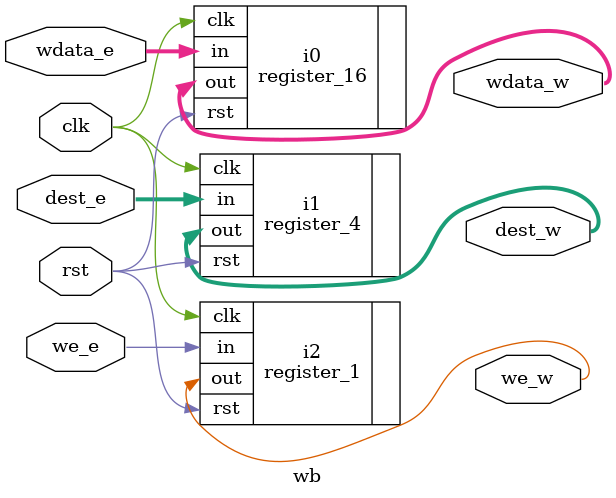
<source format=v>
`timescale 1ps/1ps

module wb (clk, rst,wdata_e,dest_e,we_e,wdata_w,dest_w,we_w);

	input clk,rst;
	input [15:0] wdata_e;
	input [3:0] dest_e;
	input we_e;
	output [15:0] wdata_w;
	output [3:0] dest_w;
	output we_w;

	register_16 i0 (.clk(clk), .rst(rst), .in(wdata_e), .out(wdata_w));
	register_4 i1 (.clk(clk), .rst(rst), .in(dest_e), .out(dest_w));
	register_1 i2 (.clk(clk), .rst(rst), .in(we_e), .out(we_w));
	
endmodule


</source>
